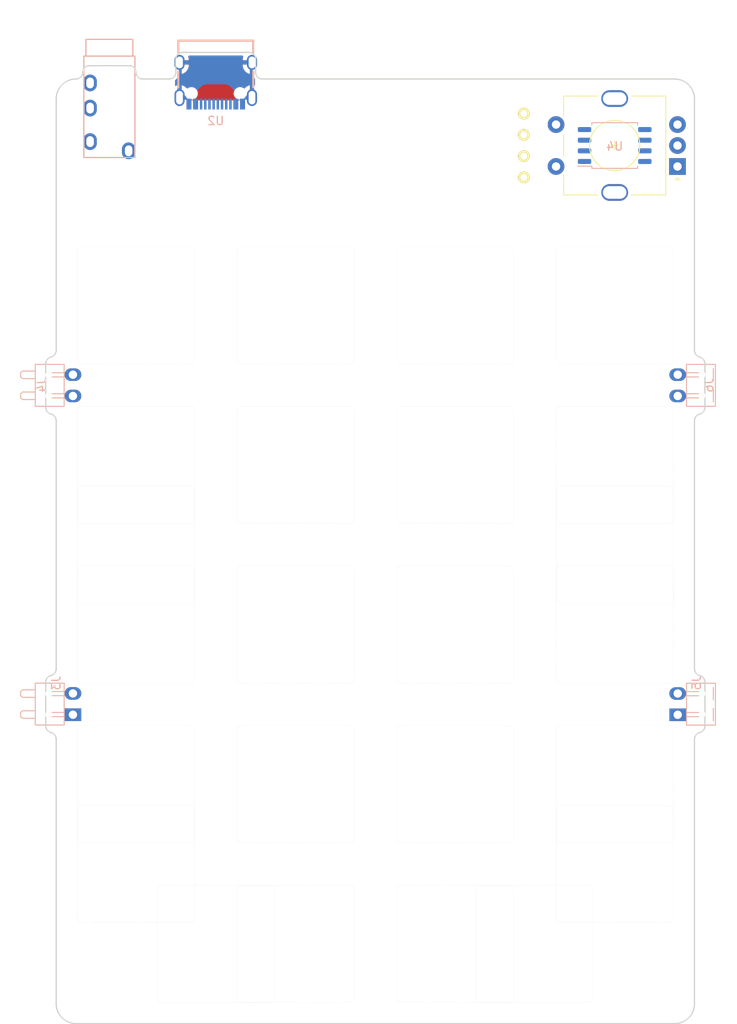
<source format=kicad_pcb>
(kicad_pcb (version 20211014) (generator pcbnew)
  (layers (0 "F.Cu" signal) (31 "B.Cu" signal) (34 "B.Paste" user) (35 "F.Paste" user) (36 "B.SilkS" user "B.Silkscreen") (37 "F.SilkS" user "F.Silkscreen") (38 "B.Mask" user) (39 "F.Mask" user) (44 "Edge.Cuts" user))
  (net 0 "")
  (net 1 "GND")
  (net 2 "+3V3")
  (net 3 "VBUS")
  (net 4 "COL3")
  (net 5 "USB+")
  (net 6 "USB-")
  (net 7 "QSPI_SS")
  (net 8 "CC2")
  (net 9 "CC1")
  (net 10 "SDA")
  (net 11 "SCL")
  (net 12 "QSPI_SD3")
  (net 13 "QSPI_SCLK")
  (net 14 "QSPI_SD0")
  (net 15 "QSPI_SD2")
  (net 16 "QSPI_SD1")
  (net 19 "Net-(D23-Pad2)")
  (net 20 "encB")
  (net 21 "encA")
  (footprint "acheron_MX_PlateSlots:MX100" (layer "F.Cu") (at 49.2125 67.46875 90)
    (fp_text reference "MX5")
    (fp_text value "MX-1U")
    (fp_line (start -7 -6.5) (end -7 6.490924) (layer "Edge.Cuts") (width 0.010007))
    (fp_line (start -6.5 6.990924) (end 6.5 7) (layer "Edge.Cuts") (width 0.010007))
    (fp_line (start 7 -6.5) (end 7 6.5) (layer "Edge.Cuts") (width 0.010007))
    (fp_line (start -6.5 -7) (end 6.5 -7) (layer "Edge.Cuts") (width 0.010007))
    (fp_arc (start 6.5 -7) (mid 6.853553 -6.853553) (end 7 -6.5) (layer "Edge.Cuts") (width 0.010007))
    (fp_arc (start -7 -6.5) (mid -6.853553 -6.853553) (end -6.5 -7) (layer "Edge.Cuts") (width 0.010007))
    (fp_arc (start -6.5 6.990924) (mid -6.853553 6.844477) (end -7 6.490924) (layer "Edge.Cuts") (width 0.010007))
    (fp_arc (start 7 6.5) (mid 6.853553 6.853553) (end 6.5 7) (layer "Edge.Cuts") (width 0.010007))
  )
  (footprint "Keebio-Parts:MX_Stabilizer_Cutout-2u" (layer "F.Cu") (at 58.7375 124.61875 180)
    (fp_text reference "X3" hide)
    (fp_text value "2u Stabilizer" hide)
    (pad "" np_thru_hole oval locked (at -10.5664 7.112 180) (size 0.3048 1.4732) (drill oval 0.3048 1.4732) (layers *.Cu *.Mask))
    (pad "" np_thru_hole oval locked (at -13.3096 7.112 180) (size 0.3048 1.4732) (drill oval 0.3048 1.4732) (layers *.Cu *.Mask))
    (pad "" np_thru_hole oval locked (at -15.5448 0.3556 180) (size 1.1684 0.3048) (drill oval 1.1684 0.3048) (layers *.Cu *.Mask))
    (pad "" np_thru_hole oval locked (at -11.938 7.7724 180) (size 3.048 0.3048) (drill oval 3.048 0.3048) (layers *.Cu *.Mask))
    (pad "" np_thru_hole oval locked (at 15.5448 0.3556 180) (size 1.1684 0.3048) (drill oval 1.1684 0.3048) (layers *.Cu *.Mask))
    (pad "" np_thru_hole oval locked (at -15.9766 -0.889 180) (size 0.3048 2.794) (drill oval 0.3048 2.794) (layers *.Cu *.Mask))
    (pad "" np_thru_hole oval locked (at 11.938 7.7724 180) (size 3.048 0.3048) (drill oval 3.048 0.3048) (layers *.Cu *.Mask))
    (pad "" np_thru_hole oval locked (at -11.938 6.4516 180) (size 6.6548 0.3048) (drill oval 6.6548 0.3048) (layers *.Cu *.Mask))
    (pad "" np_thru_hole oval locked (at 15.9766 -0.889 180) (size 0.3048 2.794) (drill oval 0.3048 2.794) (layers *.Cu *.Mask))
    (pad "" np_thru_hole oval locked (at -15.5448 -2.1336 180) (size 1.1684 0.3048) (drill oval 1.1684 0.3048) (layers *.Cu *.Mask))
    (pad "" np_thru_hole oval locked (at 11.938 -5.5372 180) (size 6.6548 0.3048) (drill oval 6.6548 0.3048) (layers *.Cu *.Mask))
    (pad "" np_thru_hole oval locked (at 10.5664 7.112 180) (size 0.3048 1.4732) (drill oval 0.3048 1.4732) (layers *.Cu *.Mask))
    (pad "" np_thru_hole oval locked (at 8.763 0.4572 180) (size 0.3048 12.2936) (drill oval 0.3048 12.2936) (layers *.Cu *.Mask))
    (pad "" np_thru_hole oval locked (at 13.3096 7.112 180) (size 0.3048 1.4732) (drill oval 0.3048 1.4732) (layers *.Cu *.Mask))
    (pad "" np_thru_hole oval locked (at 11.938 6.4516 180) (size 6.6548 0.3048) (drill oval 6.6548 0.3048) (layers *.Cu *.Mask))
    (pad "" np_thru_hole oval locked (at -11.938 -5.5372 180) (size 6.6548 0.3048) (drill oval 6.6548 0.3048) (layers *.Cu *.Mask))
    (pad "" np_thru_hole oval locked (at 15.113 0.4572 180) (size 0.3048 12.2936) (drill oval 0.3048 12.2936) (layers *.Cu *.Mask))
    (pad "" np_thru_hole oval locked (at 15.5448 -2.1336 180) (size 1.1684 0.3048) (drill oval 1.1684 0.3048) (layers *.Cu *.Mask))
    (pad "" np_thru_hole oval locked (at -15.113 0.4572 180) (size 0.3048 12.2936) (drill oval 0.3048 12.2936) (layers *.Cu *.Mask))
    (pad "" np_thru_hole oval locked (at -8.763 0.4572 180) (size 0.3048 12.2936) (drill oval 0.3048 12.2936) (layers *.Cu *.Mask))
  )
  (footprint "acheron_MX_PlateSlots:MX100" (layer "F.Cu") (at 87.3125 105.56875)
    (fp_text reference "MX15")
    (fp_text value "MX-1U")
    (fp_line (start -6.5 -7) (end 6.5 -7) (layer "Edge.Cuts") (width 0.010007))
    (fp_line (start -6.5 6.990924) (end 6.5 7) (layer "Edge.Cuts") (width 0.010007))
    (fp_line (start -7 -6.5) (end -7 6.490924) (layer "Edge.Cuts") (width 0.010007))
    (fp_line (start 7 -6.5) (end 7 6.5) (layer "Edge.Cuts") (width 0.010007))
    (fp_arc (start 6.5 -7) (mid 6.853553 -6.853553) (end 7 -6.5) (layer "Edge.Cuts") (width 0.010007))
    (fp_arc (start 7 6.5) (mid 6.853553 6.853553) (end 6.5 7) (layer "Edge.Cuts") (width 0.010007))
    (fp_arc (start -6.5 6.990924) (mid -6.853553 6.844477) (end -7 6.490924) (layer "Edge.Cuts") (width 0.010007))
    (fp_arc (start -7 -6.5) (mid -6.853553 -6.853553) (end -6.5 -7) (layer "Edge.Cuts") (width 0.010007))
  )
  (footprint "acheron_MX_PlateSlots:MX100" (layer "F.Cu") (at 49.2125 86.51875 90)
    (fp_text reference "MX9")
    (fp_text value "MX-1U")
    (fp_line (start -6.5 6.990924) (end 6.5 7) (layer "Edge.Cuts") (width 0.010007))
    (fp_line (start -6.5 -7) (end 6.5 -7) (layer "Edge.Cuts") (width 0.010007))
    (fp_line (start -7 -6.5) (end -7 6.490924) (layer "Edge.Cuts") (width 0.010007))
    (fp_line (start 7 -6.5) (end 7 6.5) (layer "Edge.Cuts") (width 0.010007))
    (fp_arc (start 7 6.5) (mid 6.853553 6.853553) (end 6.5 7) (layer "Edge.Cuts") (width 0.010007))
    (fp_arc (start -7 -6.5) (mid -6.853553 -6.853553) (end -6.5 -7) (layer "Edge.Cuts") (width 0.010007))
    (fp_arc (start 6.5 -7) (mid 6.853553 -6.853553) (end 7 -6.5) (layer "Edge.Cuts") (width 0.010007))
    (fp_arc (start -6.5 6.990924) (mid -6.853553 6.844477) (end -7 6.490924) (layer "Edge.Cuts") (width 0.010007))
  )
  (footprint "acheron_MX_PlateSlots:MX100" (layer "F.Cu") (at 49.2125 76.99375 -90)
    (fp_text reference "MX-E-1")
    (fp_text value "MX-2U")
    (fp_line (start -6.5 6.990924) (end 6.5 7) (layer "Edge.Cuts") (width 0.010007))
    (fp_line (start -6.5 -7) (end 6.5 -7) (layer "Edge.Cuts") (width 0.010007))
    (fp_line (start -7 -6.5) (end -7 6.490924) (layer "Edge.Cuts") (width 0.010007))
    (fp_line (start 7 -6.5) (end 7 6.5) (layer "Edge.Cuts") (width 0.010007))
    (fp_arc (start -6.5 6.990924) (mid -6.853553 6.844477) (end -7 6.490924) (layer "Edge.Cuts") (width 0.010007))
    (fp_arc (start -7 -6.5) (mid -6.853553 -6.853553) (end -6.5 -7) (layer "Edge.Cuts") (width 0.010007))
    (fp_arc (start 6.5 -7) (mid 6.853553 -6.853553) (end 7 -6.5) (layer "Edge.Cuts") (width 0.010007))
    (fp_arc (start 7 6.5) (mid 6.853553 6.853553) (end 6.5 7) (layer "Edge.Cuts") (width 0.010007))
  )
  (footprint "Keebio-Parts:MX_Stabilizer_Cutout-2u" (layer "F.Cu") (at 96.8375 124.61875 180)
    (fp_text reference "X4" hide)
    (fp_text value "2u Stabilizer" hide)
    (pad "" np_thru_hole oval locked (at -8.763 0.4572 180) (size 0.3048 12.2936) (drill oval 0.3048 12.2936) (layers *.Cu *.Mask))
    (pad "" np_thru_hole oval locked (at 11.938 -5.5372 180) (size 6.6548 0.3048) (drill oval 6.6548 0.3048) (layers *.Cu *.Mask))
    (pad "" np_thru_hole oval locked (at -15.5448 0.3556 180) (size 1.1684 0.3048) (drill oval 1.1684 0.3048) (layers *.Cu *.Mask))
    (pad "" np_thru_hole oval locked (at -15.5448 -2.1336 180) (size 1.1684 0.3048) (drill oval 1.1684 0.3048) (layers *.Cu *.Mask))
    (pad "" np_thru_hole oval locked (at 15.113 0.4572 180) (size 0.3048 12.2936) (drill oval 0.3048 12.2936) (layers *.Cu *.Mask))
    (pad "" np_thru_hole oval locked (at 11.938 7.7724 180) (size 3.048 0.3048) (drill oval 3.048 0.3048) (layers *.Cu *.Mask))
    (pad "" np_thru_hole oval locked (at 13.3096 7.112 180) (size 0.3048 1.4732) (drill oval 0.3048 1.4732) (layers *.Cu *.Mask))
    (pad "" np_thru_hole oval locked (at -11.938 7.7724 180) (size 3.048 0.3048) (drill oval 3.048 0.3048) (layers *.Cu *.Mask))
    (pad "" np_thru_hole oval locked (at -11.938 6.4516 180) (size 6.6548 0.3048) (drill oval 6.6548 0.3048) (layers *.Cu *.Mask))
    (pad "" np_thru_hole oval locked (at -11.938 -5.5372 180) (size 6.6548 0.3048) (drill oval 6.6548 0.3048) (layers *.Cu *.Mask))
    (pad "" np_thru_hole oval locked (at -13.3096 7.112 180) (size 0.3048 1.4732) (drill oval 0.3048 1.4732) (layers *.Cu *.Mask))
    (pad "" np_thru_hole oval locked (at 8.763 0.4572 180) (size 0.3048 12.2936) (drill oval 0.3048 12.2936) (layers *.Cu *.Mask))
    (pad "" np_thru_hole oval locked (at -15.113 0.4572 180) (size 0.3048 12.2936) (drill oval 0.3048 12.2936) (layers *.Cu *.Mask))
    (pad "" np_thru_hole oval locked (at 15.5448 -2.1336 180) (size 1.1684 0.3048) (drill oval 1.1684 0.3048) (layers *.Cu *.Mask))
    (pad "" np_thru_hole oval locked (at 15.5448 0.3556 180) (size 1.1684 0.3048) (drill oval 1.1684 0.3048) (layers *.Cu *.Mask))
    (pad "" np_thru_hole oval locked (at 11.938 6.4516 180) (size 6.6548 0.3048) (drill oval 6.6548 0.3048) (layers *.Cu *.Mask))
    (pad "" np_thru_hole oval locked (at -10.5664 7.112 180) (size 0.3048 1.4732) (drill oval 0.3048 1.4732) (layers *.Cu *.Mask))
    (pad "" np_thru_hole oval locked (at 15.9766 -0.889 180) (size 0.3048 2.794) (drill oval 0.3048 2.794) (layers *.Cu *.Mask))
    (pad "" np_thru_hole oval locked (at 10.5664 7.112 180) (size 0.3048 1.4732) (drill oval 0.3048 1.4732) (layers *.Cu *.Mask))
    (pad "" np_thru_hole oval locked (at -15.9766 -0.889 180) (size 0.3048 2.794) (drill oval 0.3048 2.794) (layers *.Cu *.Mask))
  )
  (footprint "acheron_MX_PlateSlots:MX100" (layer "F.Cu") (at 87.3125 48.41875)
    (fp_text reference "MX3")
    (fp_text value "MX-1U")
    (fp_line (start -7 -6.5) (end -7 6.490924) (layer "Edge.Cuts") (width 0.010007))
    (fp_line (start 7 -6.5) (end 7 6.5) (layer "Edge.Cuts") (width 0.010007))
    (fp_line (start -6.5 -7) (end 6.5 -7) (layer "Edge.Cuts") (width 0.010007))
    (fp_line (start -6.5 6.990924) (end 6.5 7) (layer "Edge.Cuts") (width 0.010007))
    (fp_arc (start -7 -6.5) (mid -6.853553 -6.853553) (end -6.5 -7) (layer "Edge.Cuts") (width 0.010007))
    (fp_arc (start 7 6.5) (mid 6.853553 6.853553) (end 6.5 7) (layer "Edge.Cuts") (width 0.010007))
    (fp_arc (start -6.5 6.990924) (mid -6.853553 6.844477) (end -7 6.490924) (layer "Edge.Cuts") (width 0.010007))
    (fp_arc (start 6.5 -7) (mid 6.853553 -6.853553) (end 7 -6.5) (layer "Edge.Cuts") (width 0.010007))
  )
  (footprint "acheron_MX_PlateSlots:MX100" (layer "F.Cu") (at 68.2625 67.46875)
    (fp_text reference "MX6")
    (fp_text value "MX-1U")
    (fp_line (start 7 -6.5) (end 7 6.5) (layer "Edge.Cuts") (width 0.010007))
    (fp_line (start -7 -6.5) (end -7 6.490924) (layer "Edge.Cuts") (width 0.010007))
    (fp_line (start -6.5 -7) (end 6.5 -7) (layer "Edge.Cuts") (width 0.010007))
    (fp_line (start -6.5 6.990924) (end 6.5 7) (layer "Edge.Cuts") (width 0.010007))
    (fp_arc (start -6.5 6.990924) (mid -6.853553 6.844477) (end -7 6.490924) (layer "Edge.Cuts") (width 0.010007))
    (fp_arc (start 6.5 -7) (mid 6.853553 -6.853553) (end 7 -6.5) (layer "Edge.Cuts") (width 0.010007))
    (fp_arc (start -7 -6.5) (mid -6.853553 -6.853553) (end -6.5 -7) (layer "Edge.Cuts") (width 0.010007))
    (fp_arc (start 7 6.5) (mid 6.853553 6.853553) (end 6.5 7) (layer "Edge.Cuts") (width 0.010007))
  )
  (footprint "acheron_MX_PlateSlots:MX100" (layer "F.Cu") (at 68.2625 48.41875)
    (fp_text reference "MX2")
    (fp_text value "MX-1U")
    (fp_line (start -6.5 -7) (end 6.5 -7) (layer "Edge.Cuts") (width 0.010007))
    (fp_line (start -6.5 6.990924) (end 6.5 7) (layer "Edge.Cuts") (width 0.010007))
    (fp_line (start 7 -6.5) (end 7 6.5) (layer "Edge.Cuts") (width 0.010007))
    (fp_line (start -7 -6.5) (end -7 6.490924) (layer "Edge.Cuts") (width 0.010007))
    (fp_arc (start 7 6.5) (mid 6.853553 6.853553) (end 6.5 7) (layer "Edge.Cuts") (width 0.010007))
    (fp_arc (start -7 -6.5) (mid -6.853553 -6.853553) (end -6.5 -7) (layer "Edge.Cuts") (width 0.010007))
    (fp_arc (start -6.5 6.990924) (mid -6.853553 6.844477) (end -7 6.490924) (layer "Edge.Cuts") (width 0.010007))
    (fp_arc (start 6.5 -7) (mid 6.853553 -6.853553) (end 7 -6.5) (layer "Edge.Cuts") (width 0.010007))
  )
  (footprint "acheron_MX_PlateSlots:MX100" (layer "F.Cu") (at 96.8375 124.61875 180)
    (fp_text reference "MX-E-4")
    (fp_text value "MX-2U")
    (fp_line (start 7 -6.5) (end 7 6.5) (layer "Edge.Cuts") (width 0.010007))
    (fp_line (start -6.5 6.990924) (end 6.5 7) (layer "Edge.Cuts") (width 0.010007))
    (fp_line (start -6.5 -7) (end 6.5 -7) (layer "Edge.Cuts") (width 0.010007))
    (fp_line (start -7 -6.5) (end -7 6.490924) (layer "Edge.Cuts") (width 0.010007))
    (fp_arc (start 6.5 -7) (mid 6.853553 -6.853553) (end 7 -6.5) (layer "Edge.Cuts") (width 0.010007))
    (fp_arc (start -6.5 6.990924) (mid -6.853553 6.844477) (end -7 6.490924) (layer "Edge.Cuts") (width 0.010007))
    (fp_arc (start -7 -6.5) (mid -6.853553 -6.853553) (end -6.5 -7) (layer "Edge.Cuts") (width 0.010007))
    (fp_arc (start 7 6.5) (mid 6.853553 6.853553) (end 6.5 7) (layer "Edge.Cuts") (width 0.010007))
  )
  (footprint "Keebio-Parts:MX_Stabilizer_Cutout-2u" (layer "F.Cu") (at 106.3625 76.99375 -90)
    (fp_text reference "X2" hide)
    (fp_text value "2u Stabilizer" hide)
    (pad "" np_thru_hole oval locked (at 11.938 -5.5372 270) (size 6.6548 0.3048) (drill oval 6.6548 0.3048) (layers *.Cu *.Mask))
    (pad "" np_thru_hole oval locked (at -8.763 0.4572 270) (size 0.3048 12.2936) (drill oval 0.3048 12.2936) (layers *.Cu *.Mask))
    (pad "" np_thru_hole oval locked (at -11.938 -5.5372 270) (size 6.6548 0.3048) (drill oval 6.6548 0.3048) (layers *.Cu *.Mask))
    (pad "" np_thru_hole oval locked (at -10.5664 7.112 270) (size 0.3048 1.4732) (drill oval 0.3048 1.4732) (layers *.Cu *.Mask))
    (pad "" np_thru_hole oval locked (at 8.763 0.4572 270) (size 0.3048 12.2936) (drill oval 0.3048 12.2936) (layers *.Cu *.Mask))
    (pad "" np_thru_hole oval locked (at -11.938 6.4516 270) (size 6.6548 0.3048) (drill oval 6.6548 0.3048) (layers *.Cu *.Mask))
    (pad "" np_thru_hole oval locked (at 11.938 7.7724 270) (size 3.048 0.3048) (drill oval 3.048 0.3048) (layers *.Cu *.Mask))
    (pad "" np_thru_hole oval locked (at -15.5448 0.3556 270) (size 1.1684 0.3048) (drill oval 1.1684 0.3048) (layers *.Cu *.Mask))
    (pad "" np_thru_hole oval locked (at 10.5664 7.112 270) (size 0.3048 1.4732) (drill oval 0.3048 1.4732) (layers *.Cu *.Mask))
    (pad "" np_thru_hole oval locked (at 11.938 6.4516 270) (size 6.6548 0.3048) (drill oval 6.6548 0.3048) (layers *.Cu *.Mask))
    (pad "" np_thru_hole oval locked (at 15.5448 -2.1336 270) (size 1.1684 0.3048) (drill oval 1.1684 0.3048) (layers *.Cu *.Mask))
    (pad "" np_thru_hole oval locked (at -13.3096 7.112 270) (size 0.3048 1.4732) (drill oval 0.3048 1.4732) (layers *.Cu *.Mask))
    (pad "" np_thru_hole oval locked (at 13.3096 7.112 270) (size 0.3048 1.4732) (drill oval 0.3048 1.4732) (layers *.Cu *.Mask))
    (pad "" np_thru_hole oval locked (at -15.113 0.4572 270) (size 0.3048 12.2936) (drill oval 0.3048 12.2936) (layers *.Cu *.Mask))
    (pad "" np_thru_hole oval locked (at 15.5448 0.3556 270) (size 1.1684 0.3048) (drill oval 1.1684 0.3048) (layers *.Cu *.Mask))
    (pad "" np_thru_hole oval locked (at -15.9766 -0.889 270) (size 0.3048 2.794) (drill oval 0.3048 2.794) (layers *.Cu *.Mask))
    (pad "" np_thru_hole oval locked (at -11.938 7.7724 270) (size 3.048 0.3048) (drill oval 3.048 0.3048) (layers *.Cu *.Mask))
    (pad "" np_thru_hole oval locked (at 15.113 0.4572 270) (size 0.3048 12.2936) (drill oval 0.3048 12.2936) (layers *.Cu *.Mask))
    (pad "" np_thru_hole oval locked (at -15.5448 -2.1336 270) (size 1.1684 0.3048) (drill oval 1.1684 0.3048) (layers *.Cu *.Mask))
    (pad "" np_thru_hole oval locked (at 15.9766 -0.889 270) (size 0.3048 2.794) (drill oval 0.3048 2.794) (layers *.Cu *.Mask))
  )
  (footprint "acheron_MX_PlateSlots:MX100" (layer "F.Cu") (at 106.3625 76.99375 -90)
    (fp_text reference "MX-E-2")
    (fp_text value "MX-2U")
    (fp_line (start 7 -6.5) (end 7 6.5) (layer "Edge.Cuts") (width 0.010007))
    (fp_line (start -6.5 -7) (end 6.5 -7) (layer "Edge.Cuts") (width 0.010007))
    (fp_line (start -7 -6.5) (end -7 6.490924) (layer "Edge.Cuts") (width 0.010007))
    (fp_line (start -6.5 6.990924) (end 6.5 7) (layer "Edge.Cuts") (width 0.010007))
    (fp_arc (start -7 -6.5) (mid -6.853553 -6.853553) (end -6.5 -7) (layer "Edge.Cuts") (width 0.010007))
    (fp_arc (start 6.5 -7) (mid 6.853553 -6.853553) (end 7 -6.5) (layer "Edge.Cuts") (width 0.010007))
    (fp_arc (start -6.5 6.990924) (mid -6.853553 6.844477) (end -7 6.490924) (layer "Edge.Cuts") (width 0.010007))
    (fp_arc (start 7 6.5) (mid 6.853553 6.853553) (end 6.5 7) (layer "Edge.Cuts") (width 0.010007))
  )
  (footprint "acheron_MX_PlateSlots:MX100" (layer "F.Cu") (at 68.2625 105.56875)
    (fp_text reference "MX14")
    (fp_text value "MX-1U")
    (fp_line (start -6.5 -7) (end 6.5 -7) (layer "Edge.Cuts") (width 0.010007))
    (fp_line (start -7 -6.5) (end -7 6.490924) (layer "Edge.Cuts") (width 0.010007))
    (fp_line (start 7 -6.5) (end 7 6.5) (layer "Edge.Cuts") (width 0.010007))
    (fp_line (start -6.5 6.990924) (end 6.5 7) (layer "Edge.Cuts") (width 0.010007))
    (fp_arc (start 6.5 -7) (mid 6.853553 -6.853553) (end 7 -6.5) (layer "Edge.Cuts") (width 0.010007))
    (fp_arc (start -7 -6.5) (mid -6.853553 -6.853553) (end -6.5 -7) (layer "Edge.Cuts") (width 0.010007))
    (fp_arc (start 7 6.5) (mid 6.853553 6.853553) (end 6.5 7) (layer "Edge.Cuts") (width 0.010007))
    (fp_arc (start -6.5 6.990924) (mid -6.853553 6.844477) (end -7 6.490924) (layer "Edge.Cuts") (width 0.010007))
  )
  (footprint "acheron_MX_PlateSlots:MX100" (layer "F.Cu") (at 87.3125 86.51875)
    (fp_text reference "MX11")
    (fp_text value "MX-1U")
    (fp_line (start -6.5 6.990924) (end 6.5 7) (layer "Edge.Cuts") (width 0.010007))
    (fp_line (start 7 -6.5) (end 7 6.5) (layer "Edge.Cuts") (width 0.010007))
    (fp_line (start -7 -6.5) (end -7 6.490924) (layer "Edge.Cuts") (width 0.010007))
    (fp_line (start -6.5 -7) (end 6.5 -7) (layer "Edge.Cuts") (width 0.010007))
    (fp_arc (start 7 6.5) (mid 6.853553 6.853553) (end 6.5 7) (layer "Edge.Cuts") (width 0.010007))
    (fp_arc (start -6.5 6.990924) (mid -6.853553 6.844477) (end -7 6.490924) (layer "Edge.Cuts") (width 0.010007))
    (fp_arc (start -7 -6.5) (mid -6.853553 -6.853553) (end -6.5 -7) (layer "Edge.Cuts") (width 0.010007))
    (fp_arc (start 6.5 -7) (mid 6.853553 -6.853553) (end 7 -6.5) (layer "Edge.Cuts") (width 0.010007))
  )
  (footprint "acheron_MX_PlateSlots:MX100" (layer "F.Cu") (at 58.7375 124.61875 180)
    (fp_text reference "MX17")
    (fp_text value "MX-2U")
    (fp_line (start 7 -6.5) (end 7 6.5) (layer "Edge.Cuts") (width 0.010007))
    (fp_line (start -6.5 -7) (end 6.5 -7) (layer "Edge.Cuts") (width 0.010007))
    (fp_line (start -7 -6.5) (end -7 6.490924) (layer "Edge.Cuts") (width 0.010007))
    (fp_line (start -6.5 6.990924) (end 6.5 7) (layer "Edge.Cuts") (width 0.010007))
    (fp_arc (start 6.5 -7) (mid 6.853553 -6.853553) (end 7 -6.5) (layer "Edge.Cuts") (width 0.010007))
    (fp_arc (start 7 6.5) (mid 6.853553 6.853553) (end 6.5 7) (layer "Edge.Cuts") (width 0.010007))
    (fp_arc (start -7 -6.5) (mid -6.853553 -6.853553) (end -6.5 -7) (layer "Edge.Cuts") (width 0.010007))
    (fp_arc (start -6.5 6.990924) (mid -6.853553 6.844477) (end -7 6.490924) (layer "Edge.Cuts") (width 0.010007))
  )
  (footprint "acheron_MX_PlateSlots:MX100" (layer "F.Cu") (at 106.3625 105.56875 90)
    (fp_text reference "MX16")
    (fp_text value "MX-1U")
    (fp_line (start 7 -6.5) (end 7 6.5) (layer "Edge.Cuts") (width 0.010007))
    (fp_line (start -7 -6.5) (end -7 6.490924) (layer "Edge.Cuts") (width 0.010007))
    (fp_line (start -6.5 6.990924) (end 6.5 7) (layer "Edge.Cuts") (width 0.010007))
    (fp_line (start -6.5 -7) (end 6.5 -7) (layer "Edge.Cuts") (width 0.010007))
    (fp_arc (start -6.5 6.990924) (mid -6.853553 6.844477) (end -7 6.490924) (layer "Edge.Cuts") (width 0.010007))
    (fp_arc (start 7 6.5) (mid 6.853553 6.853553) (end 6.5 7) (layer "Edge.Cuts") (width 0.010007))
    (fp_arc (start -7 -6.5) (mid -6.853553 -6.853553) (end -6.5 -7) (layer "Edge.Cuts") (width 0.010007))
    (fp_arc (start 6.5 -7) (mid 6.853553 -6.853553) (end 7 -6.5) (layer "Edge.Cuts") (width 0.010007))
  )
  (footprint "Keebio-Parts:MX_Stabilizer_Cutout-2u" (layer "F.Cu") (at 49.2125 76.99375 90)
    (fp_text reference "X1" hide)
    (fp_text value "2u Stabilizer" hide)
    (pad "" np_thru_hole oval locked (at -11.938 -5.5372 90) (size 6.6548 0.3048) (drill oval 6.6548 0.3048) (layers *.Cu *.Mask))
    (pad "" np_thru_hole oval locked (at 10.5664 7.112 90) (size 0.3048 1.4732) (drill oval 0.3048 1.4732) (layers *.Cu *.Mask))
    (pad "" np_thru_hole oval locked (at 11.938 6.4516 90) (size 6.6548 0.3048) (drill oval 6.6548 0.3048) (layers *.Cu *.Mask))
    (pad "" np_thru_hole oval locked (at -8.763 0.4572 90) (size 0.3048 12.2936) (drill oval 0.3048 12.2936) (layers *.Cu *.Mask))
    (pad "" np_thru_hole oval locked (at -15.113 0.4572 90) (size 0.3048 12.2936) (drill oval 0.3048 12.2936) (layers *.Cu *.Mask))
    (pad "" np_thru_hole oval locked (at 15.5448 0.3556 90) (size 1.1684 0.3048) (drill oval 1.1684 0.3048) (layers *.Cu *.Mask))
    (pad "" np_thru_hole oval locked (at 13.3096 7.112 90) (size 0.3048 1.4732) (drill oval 0.3048 1.4732) (layers *.Cu *.Mask))
    (pad "" np_thru_hole oval locked (at -10.5664 7.112 90) (size 0.3048 1.4732) (drill oval 0.3048 1.4732) (layers *.Cu *.Mask))
    (pad "" np_thru_hole oval locked (at 15.113 0.4572 90) (size 0.3048 12.2936) (drill oval 0.3048 12.2936) (layers *.Cu *.Mask))
    (pad "" np_thru_hole oval locked (at 11.938 7.7724 90) (size 3.048 0.3048) (drill oval 3.048 0.3048) (layers *.Cu *.Mask))
    (pad "" np_thru_hole oval locked (at -11.938 7.7724 90) (size 3.048 0.3048) (drill oval 3.048 0.3048) (layers *.Cu *.Mask))
    (pad "" np_thru_hole oval locked (at -15.5448 0.3556 90) (size 1.1684 0.3048) (drill oval 1.1684 0.3048) (layers *.Cu *.Mask))
    (pad "" np_thru_hole oval locked (at -15.9766 -0.889 90) (size 0.3048 2.794) (drill oval 0.3048 2.794) (layers *.Cu *.Mask))
    (pad "" np_thru_hole oval locked (at 15.9766 -0.889 90) (size 0.3048 2.794) (drill oval 0.3048 2.794) (layers *.Cu *.Mask))
    (pad "" np_thru_hole oval locked (at 11.938 -5.5372 90) (size 6.6548 0.3048) (drill oval 6.6548 0.3048) (layers *.Cu *.Mask))
    (pad "" np_thru_hole oval locked (at -11.938 6.4516 90) (size 6.6548 0.3048) (drill oval 6.6548 0.3048) (layers *.Cu *.Mask))
    (pad "" np_thru_hole oval locked (at -13.3096 7.112 90) (size 0.3048 1.4732) (drill oval 0.3048 1.4732) (layers *.Cu *.Mask))
    (pad "" np_thru_hole oval locked (at 8.763 0.4572 90) (size 0.3048 12.2936) (drill oval 0.3048 12.2936) (layers *.Cu *.Mask))
    (pad "" np_thru_hole oval locked (at 15.5448 -2.1336 90) (size 1.1684 0.3048) (drill oval 1.1684 0.3048) (layers *.Cu *.Mask))
    (pad "" np_thru_hole oval locked (at -15.5448 -2.1336 90) (size 1.1684 0.3048) (drill oval 1.1684 0.3048) (layers *.Cu *.Mask))
  )
  (footprint "acheron_MX_PlateSlots:MX100" (layer "F.Cu") (at 106.3625 86.51875 90)
    (fp_text reference "MX12")
    (fp_text value "MX-1U")
    (fp_line (start -6.5 6.990924) (end 6.5 7) (layer "Edge.Cuts") (width 0.010007))
    (fp_line (start -6.5 -7) (end 6.5 -7) (layer "Edge.Cuts") (width 0.010007))
    (fp_line (start -7 -6.5) (end -7 6.490924) (layer "Edge.Cuts") (width 0.010007))
    (fp_line (start 7 -6.5) (end 7 6.5) (layer "Edge.Cuts") (width 0.010007))
    (fp_arc (start 6.5 -7) (mid 6.853553 -6.853553) (end 7 -6.5) (layer "Edge.Cuts") (width 0.010007))
    (fp_arc (start -6.5 6.990924) (mid -6.853553 6.844477) (end -7 6.490924) (layer "Edge.Cuts") (width 0.010007))
    (fp_arc (start -7 -6.5) (mid -6.853553 -6.853553) (end -6.5 -7) (layer "Edge.Cuts") (width 0.010007))
    (fp_arc (start 7 6.5) (mid 6.853553 6.853553) (end 6.5 7) (layer "Edge.Cuts") (width 0.010007))
  )
  (footprint "acheron_MX_PlateSlots:MX100" (layer "F.Cu") (at 68.2625 124.61875)
    (fp_text reference "MX18")
    (fp_text value "MX-1U")
    (fp_line (start -6.5 -7) (end 6.5 -7) (layer "Edge.Cuts") (width 0.010007))
    (fp_line (start 7 -6.5) (end 7 6.5) (layer "Edge.Cuts") (width 0.010007))
    (fp_line (start -7 -6.5) (end -7 6.490924) (layer "Edge.Cuts") (width 0.010007))
    (fp_line (start -6.5 6.990924) (end 6.5 7) (layer "Edge.Cuts") (width 0.010007))
    (fp_arc (start 6.5 -7) (mid 6.853553 -6.853553) (end 7 -6.5) (layer "Edge.Cuts") (width 0.010007))
    (fp_arc (start 7 6.5) (mid 6.853553 6.853553) (end 6.5 7) (layer "Edge.Cuts") (width 0.010007))
    (fp_arc (start -6.5 6.990924) (mid -6.853553 6.844477) (end -7 6.490924) (layer "Edge.Cuts") (width 0.010007))
    (fp_arc (start -7 -6.5) (mid -6.853553 -6.853553) (end -6.5 -7) (layer "Edge.Cuts") (width 0.010007))
  )
  (footprint "acheron_MX_PlateSlots:MX100" (layer "F.Cu") (at 68.2625 86.51875)
    (fp_text reference "MX10")
    (fp_text value "MX-1U")
    (fp_line (start 7 -6.5) (end 7 6.5) (layer "Edge.Cuts") (width 0.010007))
    (fp_line (start -6.5 6.990924) (end 6.5 7) (layer "Edge.Cuts") (width 0.010007))
    (fp_line (start -7 -6.5) (end -7 6.490924) (layer "Edge.Cuts") (width 0.010007))
    (fp_line (start -6.5 -7) (end 6.5 -7) (layer "Edge.Cuts") (width 0.010007))
    (fp_arc (start -6.5 6.990924) (mid -6.853553 6.844477) (end -7 6.490924) (layer "Edge.Cuts") (width 0.010007))
    (fp_arc (start -7 -6.5) (mid -6.853553 -6.853553) (end -6.5 -7) (layer "Edge.Cuts") (width 0.010007))
    (fp_arc (start 6.5 -7) (mid 6.853553 -6.853553) (end 7 -6.5) (layer "Edge.Cuts") (width 0.010007))
    (fp_arc (start 7 6.5) (mid 6.853553 6.853553) (end 6.5 7) (layer "Edge.Cuts") (width 0.010007))
  )
  (footprint "Keebio-Parts:RotaryEncoder_EC11" (layer "F.Cu") (at 106.3625 29.36875 180)
    (fp_text reference "SW1")
    (fp_text value "RotaryEncoder_Switch")
    (pad "" np_thru_hole oval locked (at 0 -5.6 180) (size 3.2 2) (drill oval 2.8 1.5) (layers F&B.Cu *.Mask))
    (pad "" np_thru_hole oval locked (at 0 5.6 180) (size 3.2 2) (drill oval 2.8 1.5) (layers F&B.Cu *.Mask))
    (pad "A" thru_hole rect locked (at -7.5 -2.5 180) (size 2 2) (drill 1) (layers *.Cu *.Mask) (net 20 "encB"))
    (pad "B" thru_hole circle locked (at -7.5 2.5 180) (size 2 2) (drill 1) (layers *.Cu *.Mask) (net 21 "encA"))
    (pad "C" thru_hole circle locked (at -7.5 0 180) (size 2 2) (drill 1) (layers *.Cu *.Mask) (net 1 "GND"))
    (pad "S1" thru_hole circle locked (at 7 2.5 180) (size 2 2) (drill 1) (layers *.Cu *.Mask) (net 19 "Net-(D23-Pad2)"))
    (pad "S2" thru_hole circle locked (at 7 -2.5 180) (size 2 2) (drill 1) (layers *.Cu *.Mask) (net 4 "COL3"))
  )
  (footprint "acheron_MX_PlateSlots:MX100" (layer "F.Cu") (at 106.3625 115.09375 -90)
    (fp_text reference "MX20")
    (fp_text value "MX-2U")
    (fp_line (start -7 -6.5) (end -7 6.490924) (layer "Edge.Cuts") (width 0.010007))
    (fp_line (start -6.5 -7) (end 6.5 -7) (layer "Edge.Cuts") (width 0.010007))
    (fp_line (start 7 -6.5) (end 7 6.5) (layer "Edge.Cuts") (width 0.010007))
    (fp_line (start -6.5 6.990924) (end 6.5 7) (layer "Edge.Cuts") (width 0.010007))
    (fp_arc (start -7 -6.5) (mid -6.853553 -6.853553) (end -6.5 -7) (layer "Edge.Cuts") (width 0.010007))
    (fp_arc (start -6.5 6.990924) (mid -6.853553 6.844477) (end -7 6.490924) (layer "Edge.Cuts") (width 0.010007))
    (fp_arc (start 6.5 -7) (mid 6.853553 -6.853553) (end 7 -6.5) (layer "Edge.Cuts") (width 0.010007))
    (fp_arc (start 7 6.5) (mid 6.853553 6.853553) (end 6.5 7) (layer "Edge.Cuts") (width 0.010007))
  )
  (footprint "acheron_MX_PlateSlots:MX100" (layer "F.Cu") (at 106.3625 67.46875 90)
    (fp_text reference "MX8")
    (fp_text value "MX-1U")
    (fp_line (start -6.5 6.990924) (end 6.5 7) (layer "Edge.Cuts") (width 0.010007))
    (fp_line (start 7 -6.5) (end 7 6.5) (layer "Edge.Cuts") (width 0.010007))
    (fp_line (start -6.5 -7) (end 6.5 -7) (layer "Edge.Cuts") (width 0.010007))
    (fp_line (start -7 -6.5) (end -7 6.490924) (layer "Edge.Cuts") (width 0.010007))
    (fp_arc (start -7 -6.5) (mid -6.853553 -6.853553) (end -6.5 -7) (layer "Edge.Cuts") (width 0.010007))
    (fp_arc (start 6.5 -7) (mid 6.853553 -6.853553) (end 7 -6.5) (layer "Edge.Cuts") (width 0.010007))
    (fp_arc (start -6.5 6.990924) (mid -6.853553 6.844477) (end -7 6.490924) (layer "Edge.Cuts") (width 0.010007))
    (fp_arc (start 7 6.5) (mid 6.853553 6.853553) (end 6.5 7) (layer "Edge.Cuts") (width 0.010007))
  )
  (footprint "acheron_MX_PlateSlots:MX100" (layer "F.Cu") (at 87.3125 67.46875)
    (fp_text reference "MX7")
    (fp_text value "MX-1U")
    (fp_line (start -6.5 6.990924) (end 6.5 7) (layer "Edge.Cuts") (width 0.010007))
    (fp_line (start -7 -6.5) (end -7 6.490924) (layer "Edge.Cuts") (width 0.010007))
    (fp_line (start 7 -6.5) (end 7 6.5) (layer "Edge.Cuts") (width 0.010007))
    (fp_line (start -6.5 -7) (end 6.5 -7) (layer "Edge.Cuts") (width 0.010007))
    (fp_arc (start -7 -6.5) (mid -6.853553 -6.853553) (end -6.5 -7) (layer "Edge.Cuts") (width 0.010007))
    (fp_arc (start 7 6.5) (mid 6.853553 6.853553) (end 6.5 7) (layer "Edge.Cuts") (width 0.010007))
    (fp_arc (start -6.5 6.990924) (mid -6.853553 6.844477) (end -7 6.490924) (layer "Edge.Cuts") (width 0.010007))
    (fp_arc (start 6.5 -7) (mid 6.853553 -6.853553) (end 7 -6.5) (layer "Edge.Cuts") (width 0.010007))
  )
  (footprint "acheron_MX_PlateSlots:MX100" (layer "F.Cu") (at 87.3125 124.61875)
    (fp_text reference "MX19")
    (fp_text value "MX-1U")
    (fp_line (start -6.5 6.990924) (end 6.5 7) (layer "Edge.Cuts") (width 0.010007))
    (fp_line (start -7 -6.5) (end -7 6.490924) (layer "Edge.Cuts") (width 0.010007))
    (fp_line (start 7 -6.5) (end 7 6.5) (layer "Edge.Cuts") (width 0.010007))
    (fp_line (start -6.5 -7) (end 6.5 -7) (layer "Edge.Cuts") (width 0.010007))
    (fp_arc (start 6.5 -7) (mid 6.853553 -6.853553) (end 7 -6.5) (layer "Edge.Cuts") (width 0.010007))
    (fp_arc (start -6.5 6.990924) (mid -6.853553 6.844477) (end -7 6.490924) (layer "Edge.Cuts") (width 0.010007))
    (fp_arc (start 7 6.5) (mid 6.853553 6.853553) (end 6.5 7) (layer "Edge.Cuts") (width 0.010007))
    (fp_arc (start -7 -6.5) (mid -6.853553 -6.853553) (end -6.5 -7) (layer "Edge.Cuts") (width 0.010007))
  )
  (footprint "acheron_MX_PlateSlots:MX100" (layer "F.Cu") (at 106.3625 48.41875)
    (fp_text reference "MX4")
    (fp_text value "MX-1U")
    (fp_line (start -6.5 6.990924) (end 6.5 7) (layer "Edge.Cuts") (width 0.010007))
    (fp_line (start 7 -6.5) (end 7 6.5) (layer "Edge.Cuts") (width 0.010007))
    (fp_line (start -7 -6.5) (end -7 6.490924) (layer "Edge.Cuts") (width 0.010007))
    (fp_line (start -6.5 -7) (end 6.5 -7) (layer "Edge.Cuts") (width 0.010007))
    (fp_arc (start 7 6.5) (mid 6.853553 6.853553) (end 6.5 7) (layer "Edge.Cuts") (width 0.010007))
    (fp_arc (start -6.5 6.990924) (mid -6.853553 6.844477) (end -7 6.490924) (layer "Edge.Cuts") (width 0.010007))
    (fp_arc (start -7 -6.5) (mid -6.853553 -6.853553) (end -6.5 -7) (layer "Edge.Cuts") (width 0.010007))
    (fp_arc (start 6.5 -7) (mid 6.853553 -6.853553) (end 7 -6.5) (layer "Edge.Cuts") (width 0.010007))
  )
  (footprint "kbd:OLED_v2" (layer "F.Cu") (at 95.5175 29.36875 90)
    (fp_text reference "OL1")
    (fp_text value "OLED" hide)
    (pad "1" thru_hole circle locked (at -3.81 0 90) (size 1.397 1.397) (drill 0.8128) (layers *.Cu "F.SilkS" "B.Mask") (net 10 "SDA"))
    (pad "2" thru_hole circle locked (at -1.27 0 90) (size 1.397 1.397) (drill 0.8128) (layers *.Cu "F.SilkS" "B.Mask") (net 11 "SCL"))
    (pad "3" thru_hole circle locked (at 1.27 0 90) (size 1.397 1.397) (drill 0.8128) (layers *.Cu "F.SilkS" "B.Mask") (net 2 "+3V3"))
    (pad "4" thru_hole circle locked (at 3.81 0 90) (size 1.397 1.397) (drill 0.8128) (layers *.Cu "F.SilkS" "B.Mask") (net 1 "GND"))
  )
  (footprint "acheron_MX_PlateSlots:MX100" (layer "F.Cu") (at 49.2125 48.41875)
    (fp_text reference "MX1")
    (fp_text value "MX-1U")
    (fp_line (start -6.5 -7) (end 6.5 -7) (layer "Edge.Cuts") (width 0.010007))
    (fp_line (start -7 -6.5) (end -7 6.490924) (layer "Edge.Cuts") (width 0.010007))
    (fp_line (start 7 -6.5) (end 7 6.5) (layer "Edge.Cuts") (width 0.010007))
    (fp_line (start -6.5 6.990924) (end 6.5 7) (layer "Edge.Cuts") (width 0.010007))
    (fp_arc (start 6.5 -7) (mid 6.853553 -6.853553) (end 7 -6.5) (layer "Edge.Cuts") (width 0.010007))
    (fp_arc (start 7 6.5) (mid 6.853553 6.853553) (end 6.5 7) (layer "Edge.Cuts") (width 0.010007))
    (fp_arc (start -6.5 6.990924) (mid -6.853553 6.844477) (end -7 6.490924) (layer "Edge.Cuts") (width 0.010007))
    (fp_arc (start -7 -6.5) (mid -6.853553 -6.853553) (end -6.5 -7) (layer "Edge.Cuts") (width 0.010007))
  )
  (footprint "acheron_MX_PlateSlots:MX100" (layer "F.Cu") (at 49.2125 115.09375 -90)
    (fp_text reference "MX-E-3")
    (fp_text value "MX-2U")
    (fp_line (start -7 -6.5) (end -7 6.490924) (layer "Edge.Cuts") (width 0.010007))
    (fp_line (start -6.5 6.990924) (end 6.5 7) (layer "Edge.Cuts") (width 0.010007))
    (fp_line (start -6.5 -7) (end 6.5 -7) (layer "Edge.Cuts") (width 0.010007))
    (fp_line (start 7 -6.5) (end 7 6.5) (layer "Edge.Cuts") (width 0.010007))
    (fp_arc (start 6.5 -7) (mid 6.853553 -6.853553) (end 7 -6.5) (layer "Edge.Cuts") (width 0.010007))
    (fp_arc (start 7 6.5) (mid 6.853553 6.853553) (end 6.5 7) (layer "Edge.Cuts") (width 0.010007))
    (fp_arc (start -7 -6.5) (mid -6.853553 -6.853553) (end -6.5 -7) (layer "Edge.Cuts") (width 0.010007))
    (fp_arc (start -6.5 6.990924) (mid -6.853553 6.844477) (end -7 6.490924) (layer "Edge.Cuts") (width 0.010007))
  )
  (footprint "acheron_MX_PlateSlots:MX100" (layer "F.Cu") (at 49.2125 105.56875 90)
    (fp_text reference "MX13")
    (fp_text value "MX-1U")
    (fp_line (start -7 -6.5) (end -7 6.490924) (layer "Edge.Cuts") (width 0.010007))
    (fp_line (start 7 -6.5) (end 7 6.5) (layer "Edge.Cuts") (width 0.010007))
    (fp_line (start -6.5 -7) (end 6.5 -7) (layer "Edge.Cuts") (width 0.010007))
    (fp_line (start -6.5 6.990924) (end 6.5 7) (layer "Edge.Cuts") (width 0.010007))
    (fp_arc (start 6.5 -7) (mid 6.853553 -6.853553) (end 7 -6.5) (layer "Edge.Cuts") (width 0.010007))
    (fp_arc (start -7 -6.5) (mid -6.853553 -6.853553) (end -6.5 -7) (layer "Edge.Cuts") (width 0.010007))
    (fp_arc (start -6.5 6.990924) (mid -6.853553 6.844477) (end -7 6.490924) (layer "Edge.Cuts") (width 0.010007))
    (fp_arc (start 7 6.5) (mid 6.853553 6.853553) (end 6.5 7) (layer "Edge.Cuts") (width 0.010007))
  )
  (footprint "Extras:1x02_2.54_Pogo Male GND" (layer "B.Cu") (at 37.1875 93.51375)
    (fp_text reference "J3" (at 2.5 0 90) (layer "B.SilkS") (effects (justify mirror)))
    (fp_text value "POGOm1")
    (pad "" np_thru_hole oval locked (at 1.5 3.77 180) (size 0.65 0.65) (drill 0.65) (layers F&B.Cu *.Mask))
    (pad "" np_thru_hole oval locked (at 1.5 1.27 180) (size 0.65 0.65) (drill 0.65) (layers F&B.Cu *.Mask))
    (pad "1" thru_hole rect locked (at 4.5 3.77 180) (size 2 1.5) (drill 1) (layers *.Cu *.Mask) (net 1 "GND"))
    (pad "2" thru_hole oval locked (at 4.5 1.23 180) (size 2 1.5) (drill 1) (layers *.Cu *.Mask) (net 2 "+3V3"))
  )
  (footprint "Extras:1x02_2.54_Pogo Female" (layer "B.Cu") (at 118.3875 55.4825)
    (fp_text reference "J6" (at -0.75 2.5 90) (layer "B.SilkS") (effects (justify mirror)))
    (fp_text value "POGOf2")
    (pad "" np_thru_hole oval (at -1.5 3.73) (size 0.65 0.65) (drill 0.65) (layers F&B.Cu *.Mask))
    (pad "" np_thru_hole oval (at -1.5 1.23) (size 0.65 0.65) (drill 0.65) (layers F&B.Cu *.Mask))
    (pad "1" thru_hole oval (at -4.5 3.77) (size 2 1.5) (drill 1) (layers *.Cu *.Mask) (net 10 "SDA"))
    (pad "2" thru_hole oval (at -4.5 1.23) (size 2 1.5) (drill 1) (layers *.Cu *.Mask) (net 11 "SCL"))
  )
  (footprint "Extras:1x02_2.54_Pogo Male" (layer "B.Cu") (at 37.1875 55.4825)
    (fp_text reference "J4" (at 0.75 2.5 90) (layer "B.SilkS") (effects (justify mirror)))
    (fp_text value "POGOm2")
    (pad "" np_thru_hole oval locked (at 1.5 1.27 180) (size 0.65 0.65) (drill 0.65) (layers F&B.Cu *.Mask))
    (pad "" np_thru_hole oval locked (at 1.5 3.77 180) (size 0.65 0.65) (drill 0.65) (layers F&B.Cu *.Mask))
    (pad "1" thru_hole oval locked (at 4.5 3.77 180) (size 2 1.5) (drill 1) (layers *.Cu *.Mask) (net 10 "SDA"))
    (pad "2" thru_hole oval locked (at 4.5 1.23 180) (size 2 1.5) (drill 1) (layers *.Cu *.Mask) (net 11 "SCL"))
  )
  (footprint "Keebio-Parts:TRRS-PJ-320A" (layer "B.Cu") (at 46.0375 18.7 180)
    (fp_text reference "U7")
    (fp_text value "TRRS")
    (pad "" np_thru_hole circle (at 0 -8.6 180) (size 0.8 0.8) (drill 0.8) (layers *.Cu *.Mask))
    (pad "" np_thru_hole circle (at 0 -1.6 180) (size 0.8 0.8) (drill 0.8) (layers *.Cu *.Mask))
    (pad "1" thru_hole oval (at -2.3 -11.3 180) (size 1.6 2) (drill oval 0.9 1.3) (layers *.Cu *.Mask) (net 11 "SCL"))
    (pad "2" thru_hole oval (at 2.3 -10.2 180) (size 1.6 2) (drill oval 0.9 1.3) (layers *.Cu *.Mask) (net 2 "+3V3"))
    (pad "3" thru_hole oval (at 2.3 -6.2 180) (size 1.6 2) (drill oval 0.9 1.3) (layers *.Cu *.Mask) (net 1 "GND"))
    (pad "4" thru_hole oval (at 2.3 -3.2 180) (size 1.6 2) (drill oval 0.9 1.3) (layers *.Cu *.Mask) (net 10 "SDA"))
  )
  (footprint "Extras:1x02_2.54_Pogo Female GND" (layer "B.Cu") (at 118.3875 93.50375)
    (fp_text reference "J5" (at -2.25 0 90) (layer "B.SilkS") (effects (justify mirror)))
    (fp_text value "POGOf1")
    (pad "" np_thru_hole oval locked (at -1.5 1.25) (size 0.65 0.65) (drill 0.65) (layers F&B.Cu *.Mask))
    (pad "" np_thru_hole oval locked (at -1.5 3.75) (size 0.65 0.65) (drill 0.65) (layers F&B.Cu *.Mask))
    (pad "1" thru_hole rect locked (at -4.5 3.79) (size 2 1.5) (drill 1) (layers *.Cu *.Mask) (net 1 "GND"))
    (pad "2" thru_hole oval locked (at -4.5 1.25) (size 2 1.5) (drill 1) (layers *.Cu *.Mask) (net 2 "+3V3"))
  )
  (footprint "Package_SO:SOIC-8_5.23x5.23mm_P1.27mm" (layer "B.Cu") (at 106.3625 29.36875)
    (fp_text reference "U4" (at 0 0.10625) (layer "B.SilkS") (effects (justify mirror)))
    (fp_text value "W25Q128JVS")
    (pad "1" smd roundrect locked (at -3.6 1.905) (size 1.6 0.6) (layers "B.Cu" "B.Paste" "B.Mask") (net 7 "QSPI_SS"))
    (pad "2" smd roundrect locked (at -3.6 0.635) (size 1.6 0.6) (layers "B.Cu" "B.Paste" "B.Mask") (net 16 "QSPI_SD1"))
    (pad "3" smd roundrect locked (at -3.6 -0.635) (size 1.6 0.6) (layers "B.Cu" "B.Paste" "B.Mask") (net 15 "QSPI_SD2"))
    (pad "4" smd roundrect locked (at -3.6 -1.905) (size 1.6 0.6) (layers "B.Cu" "B.Paste" "B.Mask") (net 1 "GND"))
    (pad "5" smd roundrect locked (at 3.6 -1.905) (size 1.6 0.6) (layers "B.Cu" "B.Paste" "B.Mask") (net 14 "QSPI_SD0"))
    (pad "6" smd roundrect locked (at 3.6 -0.635) (size 1.6 0.6) (layers "B.Cu" "B.Paste" "B.Mask") (net 13 "QSPI_SCLK"))
    (pad "7" smd roundrect locked (at 3.6 0.635) (size 1.6 0.6) (layers "B.Cu" "B.Paste" "B.Mask") (net 12 "QSPI_SD3"))
    (pad "8" smd roundrect locked (at 3.6 1.905) (size 1.6 0.6) (layers "B.Cu" "B.Paste" "B.Mask") (net 2 "+3V3"))
  )
  (footprint "Extras:simple-usb-c" (layer "B.Cu") (at 58.7375 20.6375)
    (fp_text reference "U2" (at 0 5.784087 180) (layer "B.SilkS") (effects (justify mirror)))
    (fp_text value "TYPE-C-31-M-12")
    (pad "" np_thru_hole circle (at -2.90094 2.515634) (size 0.750013 0.750013) (drill 0.750013) (layers *.Cu *.Mask))
    (pad "" np_thru_hole circle (at 2.898908 2.515634) (size 0.750013 0.750013) (drill 0.750013) (layers *.Cu *.Mask))
    (pad "0" thru_hole oval (at -4.326137 -1.184138) (size 1.2 1.8) (drill oval 0.8 1.4) (layers *.Cu *.Mask) (net 1 "GND"))
    (pad "0" thru_hole oval (at 4.324105 3.015761) (size 1.2 2) (drill oval 0.8 1.599975) (layers *.Cu *.Mask) (net 1 "GND"))
    (pad "0" thru_hole oval (at -4.326137 3.015761) (size 1.2 2) (drill oval 0.8 1.600025) (layers *.Cu *.Mask) (net 1 "GND"))
    (pad "0" thru_hole oval (at 4.324105 -1.184138) (size 1.2 1.8) (drill oval 0.8 1.4) (layers *.Cu *.Mask) (net 1 "GND"))
    (pad "A1" smd rect (at -3.351029 3.784087) (size 0.3 1.3) (layers "B.Cu" "B.Paste" "B.Mask") (net 1 "GND"))
    (pad "A4" smd rect (at -2.550927 3.784087) (size 0.3 1.3) (layers "B.Cu" "B.Paste" "B.Mask") (net 3 "VBUS"))
    (pad "A5" smd rect (at -1.250953 3.784087) (size 0.3 1.3) (layers "B.Cu" "B.Paste" "B.Mask") (net 9 "CC1"))
    (pad "A6" smd rect (at -0.250953 3.784087) (size 0.3 1.3) (layers "B.Cu" "B.Paste" "B.Mask") (net 5 "USB+"))
    (pad "A7" smd rect (at 0.24892 3.784087) (size 0.3 1.3) (layers "B.Cu" "B.Paste" "B.Mask") (net 6 "USB-"))
    (pad "A8" smd rect (at 1.248666 3.784087) (size 0.3 1.3) (layers "B.Cu" "B.Paste" "B.Mask"))
    (pad "A9" smd rect (at 2.549149 3.784087) (size 0.3 1.3) (layers "B.Cu" "B.Paste" "B.Mask") (net 3 "VBUS"))
    (pad "A12" smd rect (at 3.348997 3.784087) (size 0.3 1.3) (layers "B.Cu" "B.Paste" "B.Mask") (net 1 "GND"))
    (pad "B1" smd rect (at 3.049022 3.784087) (size 0.3 1.3) (layers "B.Cu" "B.Paste" "B.Mask") (net 1 "GND"))
    (pad "B4" smd rect (at 2.24892 3.784087) (size 0.3 1.3) (layers "B.Cu" "B.Paste" "B.Mask") (net 3 "VBUS"))
    (pad "B5" smd rect (at 1.749047 3.784087) (size 0.3 1.3) (layers "B.Cu" "B.Paste" "B.Mask") (net 8 "CC2"))
    (pad "B6" smd rect (at 0.749047 3.784087) (size 0.3 1.3) (layers "B.Cu" "B.Paste" "B.Mask") (net 5 "USB+"))
    (pad "B7" smd rect (at -0.75108 3.784087) (size 0.3 1.3) (layers "B.Cu" "B.Paste" "B.Mask") (net 6 "USB-"))
    (pad "B8" smd rect (at -1.75108 3.784087) (size 0.3 1.3) (layers "B.Cu" "B.Paste" "B.Mask"))
    (pad "B9" smd rect (at -2.250953 3.784087) (size 0.3 1.3) (layers "B.Cu" "B.Paste" "B.Mask") (net 3 "VBUS"))
    (pad "B12" smd rect (at -3.051054 3.784087) (size 0.3 1.3) (layers "B.Cu" "B.Paste" "B.Mask") (net 1 "GND"))
  )
  (gr_arc locked (start 39.0375 99.4) (mid 39.501478 99.68708) (end 39.6875 100.2) (layer "Edge.Cuts") (width 0.15))
  (gr_line (start 115.8875 100.2) (end 115.8875 131.7625) (layer "Edge.Cuts") (width 0.15))
  (gr_arc (start 48.418701 19.843701) (mid 48.979953 20.076199) (end 49.212451 20.637451) (layer "Edge.Cuts") (width 0.15))
  (gr_line (start 38.4375 93.4) (end 38.4375 98.6) (layer "Edge.Cuts") (width 0.15))
  (gr_line (start 113.50625 134.14375) (end 42.06875 134.14375) (layer "Edge.Cuts") (width 0.15))
  (gr_arc (start 39.6875 53.8) (mid 39.520888 54.300041) (end 39.0875 54.6) (layer "Edge.Cuts") (width 0.15))
  (gr_line (start 39.6875 53.8) (end 39.6875 23.8125) (layer "Edge.Cuts") (width 0.15))
  (gr_arc (start 42.862551 20.637551) (mid 42.630052 21.198802) (end 42.068801 21.431301) (layer "Edge.Cuts") (width 0.15))
  (gr_arc (start 39.6875 91.8) (mid 39.520888 92.300041) (end 39.0875 92.6) (layer "Edge.Cuts") (width 0.15))
  (gr_line (start 113.50625 21.43125) (end 64.29375 21.43125) (layer "Edge.Cuts") (width 0.15))
  (gr_line (start 53.975 20.6375) (end 53.975 19.05) (layer "Edge.Cuts") (width 0.15))
  (gr_line (start 48.418701 19.843701) (end 43.656301 19.843801) (layer "Edge.Cuts") (width 0.15))
  (gr_line (start 115.8875 62.2) (end 115.8875 91.8) (layer "Edge.Cuts") (width 0.15))
  (gr_arc (start 116.4875 92.6) (mid 116.054112 92.300041) (end 115.8875 91.8) (layer "Edge.Cuts") (width 0.15))
  (gr_line (start 53.18125 21.43125) (end 50.006201 21.431201) (layer "Edge.Cuts") (width 0.15))
  (gr_arc (start 116.4875 54.6) (mid 116.054112 54.300041) (end 115.8875 53.8) (layer "Edge.Cuts") (width 0.15))
  (gr_arc (start 42.06875 134.14375) (mid 40.384934 133.446301) (end 39.6875 131.7625) (layer "Edge.Cuts") (width 0.15))
  (gr_arc (start 42.862551 20.637551) (mid 43.095049 20.076299) (end 43.656301 19.843801) (layer "Edge.Cuts") (width 0.15))
  (gr_arc (start 38.4375 93.4) (mid 38.623522 92.887081) (end 39.0875 92.6) (layer "Edge.Cuts") (width 0.15))
  (gr_arc (start 50.006201 21.431201) (mid 49.44495 21.198702) (end 49.212451 20.637451) (layer "Edge.Cuts") (width 0.15))
  (gr_arc (start 115.8875 131.7625) (mid 115.19003 133.446266) (end 113.50625 134.14375) (layer "Edge.Cuts") (width 0.15))
  (gr_arc (start 116.4875 54.6) (mid 116.951478 54.887081) (end 117.1375 55.4) (layer "Edge.Cuts") (width 0.15))
  (gr_arc (start 117.1375 98.6) (mid 116.970888 99.100041) (end 116.5375 99.4) (layer "Edge.Cuts") (width 0.15))
  (gr_line (start 117.1375 60.6) (end 117.1375 55.4) (layer "Edge.Cuts") (width 0.15))
  (gr_arc (start 53.975 19.05) (mid 54.207499 18.488749) (end 54.76875 18.25625) (layer "Edge.Cuts") (width 0.15))
  (gr_arc (start 38.4375 55.4) (mid 38.623522 54.887081) (end 39.0875 54.6) (layer "Edge.Cuts") (width 0.15))
  (gr_line (start 39.6875 91.8) (end 39.6875 62.2) (layer "Edge.Cuts") (width 0.15))
  (gr_arc (start 64.29375 21.43125) (mid 63.732499 21.198751) (end 63.5 20.6375) (layer "Edge.Cuts") (width 0.15))
  (gr_arc (start 39.6875 23.8125) (mid 40.384996 22.128746) (end 42.06875 21.43125) (layer "Edge.Cuts") (width 0.15))
  (gr_line (start 39.6875 100.2) (end 39.6875 131.7625) (layer "Edge.Cuts") (width 0.15))
  (gr_arc (start 115.8875 100.2) (mid 116.073522 99.68708) (end 116.5375 99.4) (layer "Edge.Cuts") (width 0.15))
  (gr_arc (start 39.0375 61.4) (mid 38.60411 61.100041) (end 38.4375 60.6) (layer "Edge.Cuts") (width 0.15))
  (gr_arc (start 113.50625 21.43125) (mid 115.190004 22.128746) (end 115.8875 23.8125) (layer "Edge.Cuts") (width 0.15))
  (gr_line (start 115.8875 23.8125) (end 115.8875 53.8) (layer "Edge.Cuts") (width 0.15))
  (gr_line (start 117.1375 98.6) (end 117.1375 93.4) (layer "Edge.Cuts") (width 0.15))
  (gr_arc (start 116.4875 92.6) (mid 116.951478 92.887081) (end 117.1375 93.4) (layer "Edge.Cuts") (width 0.15))
  (gr_line (start 63.5 19.05) (end 63.5 20.6375) (layer "Edge.Cuts") (width 0.15))
  (gr_arc (start 39.0375 61.4) (mid 39.501479 61.68708) (end 39.6875 62.2) (layer "Edge.Cuts") (width 0.15))
  (gr_arc (start 62.70625 18.25625) (mid 63.267501 18.488749) (end 63.5 19.05) (layer "Edge.Cuts") (width 0.15))
  (gr_arc locked (start 39.0375 99.4) (mid 38.604112 99.100041) (end 38.4375 98.6) (layer "Edge.Cuts") (width 0.15))
  (gr_arc (start 117.1375 60.6) (mid 116.970889 61.100042) (end 116.5375 61.4) (layer "Edge.Cuts") (width 0.15))
  (gr_line (start 54.76875 18.25625) (end 62.70625 18.25625) (layer "Edge.Cuts") (width 0.15))
  (gr_arc (start 53.975 20.6375) (mid 53.742501 21.198751) (end 53.18125 21.43125) (layer "Edge.Cuts") (width 0.15))
  (gr_arc (start 115.8875 62.2) (mid 116.073521 61.68708) (end 116.5375 61.4) (layer "Edge.Cuts") (width 0.15))
  (gr_line (start 38.4375 55.4) (end 38.4375 60.6) (layer "Edge.Cuts") (width 0.15))
  (zone (net 1) (net_name "GND") (layers F&B.Cu) (connect_pads (clearance 0.381)) (min_thickness 0.254) (fill yes (thermal_gap 0.508) (thermal_bridge_width 0.508))
    (polygon (pts (xy 53.8875 18.425) (xy 63.4125 18.425) (xy 63.4125 23.98125) (xy 53.8875 23.98125)))
  )
)
</source>
